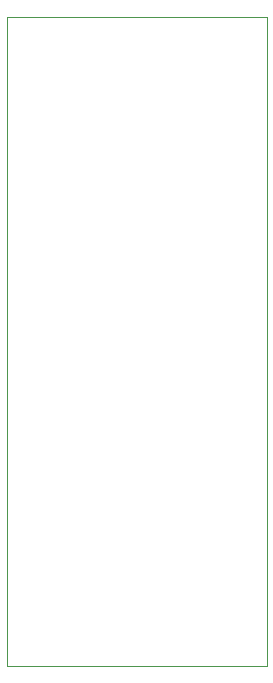
<source format=gbr>
%TF.GenerationSoftware,KiCad,Pcbnew,(5.1.10)-1*%
%TF.CreationDate,2021-08-23T16:29:52+02:00*%
%TF.ProjectId,Module,4d6f6475-6c65-42e6-9b69-6361645f7063,v01*%
%TF.SameCoordinates,Original*%
%TF.FileFunction,Profile,NP*%
%FSLAX46Y46*%
G04 Gerber Fmt 4.6, Leading zero omitted, Abs format (unit mm)*
G04 Created by KiCad (PCBNEW (5.1.10)-1) date 2021-08-23 16:29:52*
%MOMM*%
%LPD*%
G01*
G04 APERTURE LIST*
%TA.AperFunction,Profile*%
%ADD10C,0.050000*%
%TD*%
G04 APERTURE END LIST*
D10*
X136652000Y-101736000D02*
X158652000Y-101736000D01*
X158652000Y-46736000D02*
X158652000Y-101736000D01*
X136652000Y-46736000D02*
X136652000Y-101736000D01*
X136652000Y-46736000D02*
X158652000Y-46736000D01*
M02*

</source>
